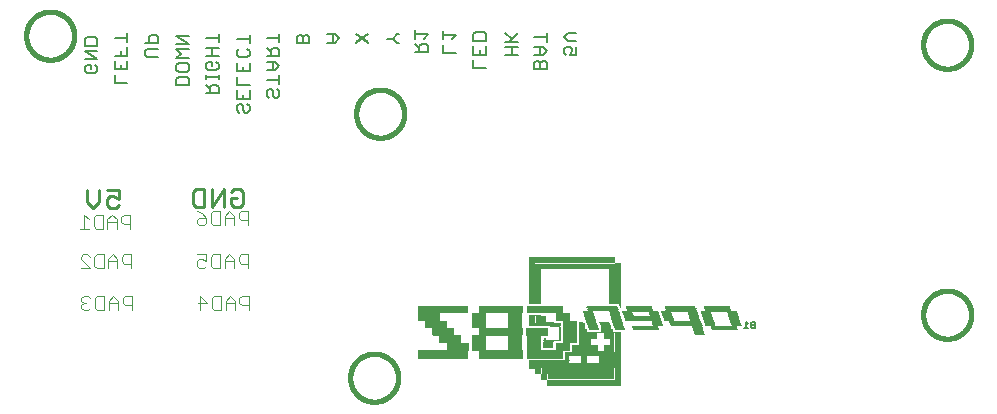
<source format=gbr>
G04 EAGLE Gerber X2 export*
%TF.Part,Single*%
%TF.FileFunction,Legend,Bot,1*%
%TF.FilePolarity,Positive*%
%TF.GenerationSoftware,Autodesk,EAGLE,9.1.0*%
%TF.CreationDate,2019-01-31T10:13:58Z*%
G75*
%MOMM*%
%FSLAX34Y34*%
%LPD*%
%AMOC8*
5,1,8,0,0,1.08239X$1,22.5*%
G01*
%ADD10C,0.406400*%
%ADD11C,0.203200*%
%ADD12R,6.278875X0.060956*%
%ADD13R,6.217919X0.060956*%
%ADD14R,6.278875X0.060963*%
%ADD15R,0.487681X0.060956*%
%ADD16R,0.487675X0.060956*%
%ADD17R,5.669275X0.060956*%
%ADD18R,0.487681X0.060963*%
%ADD19R,5.669275X0.060963*%
%ADD20R,0.487675X0.060963*%
%ADD21R,0.548638X0.060956*%
%ADD22R,0.548638X0.060963*%
%ADD23R,6.156956X0.060963*%
%ADD24R,6.156956X0.060956*%
%ADD25R,0.426719X0.060956*%
%ADD26R,6.705600X0.060956*%
%ADD27R,0.426719X0.060963*%
%ADD28R,6.705600X0.060963*%
%ADD29R,2.865119X0.060956*%
%ADD30R,1.341119X0.060956*%
%ADD31R,2.865119X0.060963*%
%ADD32R,1.341119X0.060963*%
%ADD33R,0.365756X0.060956*%
%ADD34R,0.365756X0.060963*%
%ADD35R,4.267200X0.060956*%
%ADD36R,3.657600X0.060956*%
%ADD37R,3.048000X0.060956*%
%ADD38R,4.206238X0.060956*%
%ADD39R,4.267200X0.060963*%
%ADD40R,3.657600X0.060963*%
%ADD41R,3.048000X0.060963*%
%ADD42R,4.206238X0.060963*%
%ADD43R,3.596638X0.060963*%
%ADD44R,2.133600X0.060956*%
%ADD45R,0.853438X0.060956*%
%ADD46R,1.828800X0.060956*%
%ADD47R,1.219200X0.060956*%
%ADD48R,1.828800X0.060963*%
%ADD49R,1.219200X0.060963*%
%ADD50R,0.853438X0.060963*%
%ADD51R,2.133600X0.060963*%
%ADD52R,1.097281X0.060956*%
%ADD53R,1.036319X0.060963*%
%ADD54R,1.036319X0.060956*%
%ADD55R,0.914400X0.060956*%
%ADD56R,1.463037X0.060963*%
%ADD57R,1.463037X0.060956*%
%ADD58R,0.243838X0.060956*%
%ADD59R,0.121919X0.060956*%
%ADD60R,1.524000X0.060956*%
%ADD61R,0.121919X0.060963*%
%ADD62R,1.524000X0.060963*%
%ADD63R,2.438400X0.060956*%
%ADD64R,2.987038X0.060956*%
%ADD65R,0.670556X0.060956*%
%ADD66R,0.609600X0.060956*%
%ADD67R,0.975356X0.060956*%
%ADD68R,0.609600X0.060963*%
%ADD69R,0.975356X0.060963*%
%ADD70R,2.194556X0.060963*%
%ADD71R,0.914400X0.060963*%
%ADD72R,2.194562X0.060963*%
%ADD73R,2.194556X0.060956*%
%ADD74R,2.194562X0.060956*%
%ADD75R,2.255519X0.060956*%
%ADD76R,2.255519X0.060963*%
%ADD77R,2.682238X0.060956*%
%ADD78R,2.621281X0.060956*%
%ADD79R,1.584963X0.060963*%
%ADD80R,2.621275X0.060963*%
%ADD81R,3.108956X0.060956*%
%ADD82R,3.108956X0.060963*%
%ADD83R,2.621275X0.060956*%
%ADD84R,2.682238X0.060963*%
%ADD85R,0.060956X0.060956*%
%ADD86R,0.182875X0.060956*%
%ADD87R,7.254238X0.060956*%
%ADD88R,7.254238X0.060963*%
%ADD89C,0.177800*%
%ADD90C,0.279400*%
%ADD91C,0.127000*%
%ADD92C,0.101600*%


D10*
X5080Y431800D02*
X5086Y432299D01*
X5104Y432797D01*
X5135Y433295D01*
X5178Y433792D01*
X5233Y434287D01*
X5300Y434782D01*
X5379Y435274D01*
X5470Y435764D01*
X5574Y436252D01*
X5689Y436737D01*
X5816Y437220D01*
X5955Y437699D01*
X6106Y438174D01*
X6268Y438646D01*
X6442Y439113D01*
X6627Y439576D01*
X6823Y440035D01*
X7031Y440488D01*
X7250Y440936D01*
X7479Y441379D01*
X7720Y441816D01*
X7971Y442247D01*
X8233Y442671D01*
X8505Y443089D01*
X8787Y443500D01*
X9079Y443905D01*
X9381Y444302D01*
X9692Y444691D01*
X10014Y445072D01*
X10344Y445446D01*
X10683Y445811D01*
X11032Y446168D01*
X11389Y446517D01*
X11754Y446856D01*
X12128Y447186D01*
X12509Y447508D01*
X12898Y447819D01*
X13295Y448121D01*
X13700Y448413D01*
X14111Y448695D01*
X14529Y448967D01*
X14953Y449229D01*
X15384Y449480D01*
X15821Y449721D01*
X16264Y449950D01*
X16712Y450169D01*
X17165Y450377D01*
X17624Y450573D01*
X18087Y450758D01*
X18554Y450932D01*
X19026Y451094D01*
X19501Y451245D01*
X19980Y451384D01*
X20463Y451511D01*
X20948Y451626D01*
X21436Y451730D01*
X21926Y451821D01*
X22418Y451900D01*
X22913Y451967D01*
X23408Y452022D01*
X23905Y452065D01*
X24403Y452096D01*
X24901Y452114D01*
X25400Y452120D01*
X25899Y452114D01*
X26397Y452096D01*
X26895Y452065D01*
X27392Y452022D01*
X27887Y451967D01*
X28382Y451900D01*
X28874Y451821D01*
X29364Y451730D01*
X29852Y451626D01*
X30337Y451511D01*
X30820Y451384D01*
X31299Y451245D01*
X31774Y451094D01*
X32246Y450932D01*
X32713Y450758D01*
X33176Y450573D01*
X33635Y450377D01*
X34088Y450169D01*
X34536Y449950D01*
X34979Y449721D01*
X35416Y449480D01*
X35847Y449229D01*
X36271Y448967D01*
X36689Y448695D01*
X37100Y448413D01*
X37505Y448121D01*
X37902Y447819D01*
X38291Y447508D01*
X38672Y447186D01*
X39046Y446856D01*
X39411Y446517D01*
X39768Y446168D01*
X40117Y445811D01*
X40456Y445446D01*
X40786Y445072D01*
X41108Y444691D01*
X41419Y444302D01*
X41721Y443905D01*
X42013Y443500D01*
X42295Y443089D01*
X42567Y442671D01*
X42829Y442247D01*
X43080Y441816D01*
X43321Y441379D01*
X43550Y440936D01*
X43769Y440488D01*
X43977Y440035D01*
X44173Y439576D01*
X44358Y439113D01*
X44532Y438646D01*
X44694Y438174D01*
X44845Y437699D01*
X44984Y437220D01*
X45111Y436737D01*
X45226Y436252D01*
X45330Y435764D01*
X45421Y435274D01*
X45500Y434782D01*
X45567Y434287D01*
X45622Y433792D01*
X45665Y433295D01*
X45696Y432797D01*
X45714Y432299D01*
X45720Y431800D01*
X45714Y431301D01*
X45696Y430803D01*
X45665Y430305D01*
X45622Y429808D01*
X45567Y429313D01*
X45500Y428818D01*
X45421Y428326D01*
X45330Y427836D01*
X45226Y427348D01*
X45111Y426863D01*
X44984Y426380D01*
X44845Y425901D01*
X44694Y425426D01*
X44532Y424954D01*
X44358Y424487D01*
X44173Y424024D01*
X43977Y423565D01*
X43769Y423112D01*
X43550Y422664D01*
X43321Y422221D01*
X43080Y421784D01*
X42829Y421353D01*
X42567Y420929D01*
X42295Y420511D01*
X42013Y420100D01*
X41721Y419695D01*
X41419Y419298D01*
X41108Y418909D01*
X40786Y418528D01*
X40456Y418154D01*
X40117Y417789D01*
X39768Y417432D01*
X39411Y417083D01*
X39046Y416744D01*
X38672Y416414D01*
X38291Y416092D01*
X37902Y415781D01*
X37505Y415479D01*
X37100Y415187D01*
X36689Y414905D01*
X36271Y414633D01*
X35847Y414371D01*
X35416Y414120D01*
X34979Y413879D01*
X34536Y413650D01*
X34088Y413431D01*
X33635Y413223D01*
X33176Y413027D01*
X32713Y412842D01*
X32246Y412668D01*
X31774Y412506D01*
X31299Y412355D01*
X30820Y412216D01*
X30337Y412089D01*
X29852Y411974D01*
X29364Y411870D01*
X28874Y411779D01*
X28382Y411700D01*
X27887Y411633D01*
X27392Y411578D01*
X26895Y411535D01*
X26397Y411504D01*
X25899Y411486D01*
X25400Y411480D01*
X24901Y411486D01*
X24403Y411504D01*
X23905Y411535D01*
X23408Y411578D01*
X22913Y411633D01*
X22418Y411700D01*
X21926Y411779D01*
X21436Y411870D01*
X20948Y411974D01*
X20463Y412089D01*
X19980Y412216D01*
X19501Y412355D01*
X19026Y412506D01*
X18554Y412668D01*
X18087Y412842D01*
X17624Y413027D01*
X17165Y413223D01*
X16712Y413431D01*
X16264Y413650D01*
X15821Y413879D01*
X15384Y414120D01*
X14953Y414371D01*
X14529Y414633D01*
X14111Y414905D01*
X13700Y415187D01*
X13295Y415479D01*
X12898Y415781D01*
X12509Y416092D01*
X12128Y416414D01*
X11754Y416744D01*
X11389Y417083D01*
X11032Y417432D01*
X10683Y417789D01*
X10344Y418154D01*
X10014Y418528D01*
X9692Y418909D01*
X9381Y419298D01*
X9079Y419695D01*
X8787Y420100D01*
X8505Y420511D01*
X8233Y420929D01*
X7971Y421353D01*
X7720Y421784D01*
X7479Y422221D01*
X7250Y422664D01*
X7031Y423112D01*
X6823Y423565D01*
X6627Y424024D01*
X6442Y424487D01*
X6268Y424954D01*
X6106Y425426D01*
X5955Y425901D01*
X5816Y426380D01*
X5689Y426863D01*
X5574Y427348D01*
X5470Y427836D01*
X5379Y428326D01*
X5300Y428818D01*
X5233Y429313D01*
X5178Y429808D01*
X5135Y430305D01*
X5104Y430803D01*
X5086Y431301D01*
X5080Y431800D01*
X284480Y365760D02*
X284486Y366259D01*
X284504Y366757D01*
X284535Y367255D01*
X284578Y367752D01*
X284633Y368247D01*
X284700Y368742D01*
X284779Y369234D01*
X284870Y369724D01*
X284974Y370212D01*
X285089Y370697D01*
X285216Y371180D01*
X285355Y371659D01*
X285506Y372134D01*
X285668Y372606D01*
X285842Y373073D01*
X286027Y373536D01*
X286223Y373995D01*
X286431Y374448D01*
X286650Y374896D01*
X286879Y375339D01*
X287120Y375776D01*
X287371Y376207D01*
X287633Y376631D01*
X287905Y377049D01*
X288187Y377460D01*
X288479Y377865D01*
X288781Y378262D01*
X289092Y378651D01*
X289414Y379032D01*
X289744Y379406D01*
X290083Y379771D01*
X290432Y380128D01*
X290789Y380477D01*
X291154Y380816D01*
X291528Y381146D01*
X291909Y381468D01*
X292298Y381779D01*
X292695Y382081D01*
X293100Y382373D01*
X293511Y382655D01*
X293929Y382927D01*
X294353Y383189D01*
X294784Y383440D01*
X295221Y383681D01*
X295664Y383910D01*
X296112Y384129D01*
X296565Y384337D01*
X297024Y384533D01*
X297487Y384718D01*
X297954Y384892D01*
X298426Y385054D01*
X298901Y385205D01*
X299380Y385344D01*
X299863Y385471D01*
X300348Y385586D01*
X300836Y385690D01*
X301326Y385781D01*
X301818Y385860D01*
X302313Y385927D01*
X302808Y385982D01*
X303305Y386025D01*
X303803Y386056D01*
X304301Y386074D01*
X304800Y386080D01*
X305299Y386074D01*
X305797Y386056D01*
X306295Y386025D01*
X306792Y385982D01*
X307287Y385927D01*
X307782Y385860D01*
X308274Y385781D01*
X308764Y385690D01*
X309252Y385586D01*
X309737Y385471D01*
X310220Y385344D01*
X310699Y385205D01*
X311174Y385054D01*
X311646Y384892D01*
X312113Y384718D01*
X312576Y384533D01*
X313035Y384337D01*
X313488Y384129D01*
X313936Y383910D01*
X314379Y383681D01*
X314816Y383440D01*
X315247Y383189D01*
X315671Y382927D01*
X316089Y382655D01*
X316500Y382373D01*
X316905Y382081D01*
X317302Y381779D01*
X317691Y381468D01*
X318072Y381146D01*
X318446Y380816D01*
X318811Y380477D01*
X319168Y380128D01*
X319517Y379771D01*
X319856Y379406D01*
X320186Y379032D01*
X320508Y378651D01*
X320819Y378262D01*
X321121Y377865D01*
X321413Y377460D01*
X321695Y377049D01*
X321967Y376631D01*
X322229Y376207D01*
X322480Y375776D01*
X322721Y375339D01*
X322950Y374896D01*
X323169Y374448D01*
X323377Y373995D01*
X323573Y373536D01*
X323758Y373073D01*
X323932Y372606D01*
X324094Y372134D01*
X324245Y371659D01*
X324384Y371180D01*
X324511Y370697D01*
X324626Y370212D01*
X324730Y369724D01*
X324821Y369234D01*
X324900Y368742D01*
X324967Y368247D01*
X325022Y367752D01*
X325065Y367255D01*
X325096Y366757D01*
X325114Y366259D01*
X325120Y365760D01*
X325114Y365261D01*
X325096Y364763D01*
X325065Y364265D01*
X325022Y363768D01*
X324967Y363273D01*
X324900Y362778D01*
X324821Y362286D01*
X324730Y361796D01*
X324626Y361308D01*
X324511Y360823D01*
X324384Y360340D01*
X324245Y359861D01*
X324094Y359386D01*
X323932Y358914D01*
X323758Y358447D01*
X323573Y357984D01*
X323377Y357525D01*
X323169Y357072D01*
X322950Y356624D01*
X322721Y356181D01*
X322480Y355744D01*
X322229Y355313D01*
X321967Y354889D01*
X321695Y354471D01*
X321413Y354060D01*
X321121Y353655D01*
X320819Y353258D01*
X320508Y352869D01*
X320186Y352488D01*
X319856Y352114D01*
X319517Y351749D01*
X319168Y351392D01*
X318811Y351043D01*
X318446Y350704D01*
X318072Y350374D01*
X317691Y350052D01*
X317302Y349741D01*
X316905Y349439D01*
X316500Y349147D01*
X316089Y348865D01*
X315671Y348593D01*
X315247Y348331D01*
X314816Y348080D01*
X314379Y347839D01*
X313936Y347610D01*
X313488Y347391D01*
X313035Y347183D01*
X312576Y346987D01*
X312113Y346802D01*
X311646Y346628D01*
X311174Y346466D01*
X310699Y346315D01*
X310220Y346176D01*
X309737Y346049D01*
X309252Y345934D01*
X308764Y345830D01*
X308274Y345739D01*
X307782Y345660D01*
X307287Y345593D01*
X306792Y345538D01*
X306295Y345495D01*
X305797Y345464D01*
X305299Y345446D01*
X304800Y345440D01*
X304301Y345446D01*
X303803Y345464D01*
X303305Y345495D01*
X302808Y345538D01*
X302313Y345593D01*
X301818Y345660D01*
X301326Y345739D01*
X300836Y345830D01*
X300348Y345934D01*
X299863Y346049D01*
X299380Y346176D01*
X298901Y346315D01*
X298426Y346466D01*
X297954Y346628D01*
X297487Y346802D01*
X297024Y346987D01*
X296565Y347183D01*
X296112Y347391D01*
X295664Y347610D01*
X295221Y347839D01*
X294784Y348080D01*
X294353Y348331D01*
X293929Y348593D01*
X293511Y348865D01*
X293100Y349147D01*
X292695Y349439D01*
X292298Y349741D01*
X291909Y350052D01*
X291528Y350374D01*
X291154Y350704D01*
X290789Y351043D01*
X290432Y351392D01*
X290083Y351749D01*
X289744Y352114D01*
X289414Y352488D01*
X289092Y352869D01*
X288781Y353258D01*
X288479Y353655D01*
X288187Y354060D01*
X287905Y354471D01*
X287633Y354889D01*
X287371Y355313D01*
X287120Y355744D01*
X286879Y356181D01*
X286650Y356624D01*
X286431Y357072D01*
X286223Y357525D01*
X286027Y357984D01*
X285842Y358447D01*
X285668Y358914D01*
X285506Y359386D01*
X285355Y359861D01*
X285216Y360340D01*
X285089Y360823D01*
X284974Y361308D01*
X284870Y361796D01*
X284779Y362286D01*
X284700Y362778D01*
X284633Y363273D01*
X284578Y363768D01*
X284535Y364265D01*
X284504Y364763D01*
X284486Y365261D01*
X284480Y365760D01*
X279400Y142240D02*
X279406Y142739D01*
X279424Y143237D01*
X279455Y143735D01*
X279498Y144232D01*
X279553Y144727D01*
X279620Y145222D01*
X279699Y145714D01*
X279790Y146204D01*
X279894Y146692D01*
X280009Y147177D01*
X280136Y147660D01*
X280275Y148139D01*
X280426Y148614D01*
X280588Y149086D01*
X280762Y149553D01*
X280947Y150016D01*
X281143Y150475D01*
X281351Y150928D01*
X281570Y151376D01*
X281799Y151819D01*
X282040Y152256D01*
X282291Y152687D01*
X282553Y153111D01*
X282825Y153529D01*
X283107Y153940D01*
X283399Y154345D01*
X283701Y154742D01*
X284012Y155131D01*
X284334Y155512D01*
X284664Y155886D01*
X285003Y156251D01*
X285352Y156608D01*
X285709Y156957D01*
X286074Y157296D01*
X286448Y157626D01*
X286829Y157948D01*
X287218Y158259D01*
X287615Y158561D01*
X288020Y158853D01*
X288431Y159135D01*
X288849Y159407D01*
X289273Y159669D01*
X289704Y159920D01*
X290141Y160161D01*
X290584Y160390D01*
X291032Y160609D01*
X291485Y160817D01*
X291944Y161013D01*
X292407Y161198D01*
X292874Y161372D01*
X293346Y161534D01*
X293821Y161685D01*
X294300Y161824D01*
X294783Y161951D01*
X295268Y162066D01*
X295756Y162170D01*
X296246Y162261D01*
X296738Y162340D01*
X297233Y162407D01*
X297728Y162462D01*
X298225Y162505D01*
X298723Y162536D01*
X299221Y162554D01*
X299720Y162560D01*
X300219Y162554D01*
X300717Y162536D01*
X301215Y162505D01*
X301712Y162462D01*
X302207Y162407D01*
X302702Y162340D01*
X303194Y162261D01*
X303684Y162170D01*
X304172Y162066D01*
X304657Y161951D01*
X305140Y161824D01*
X305619Y161685D01*
X306094Y161534D01*
X306566Y161372D01*
X307033Y161198D01*
X307496Y161013D01*
X307955Y160817D01*
X308408Y160609D01*
X308856Y160390D01*
X309299Y160161D01*
X309736Y159920D01*
X310167Y159669D01*
X310591Y159407D01*
X311009Y159135D01*
X311420Y158853D01*
X311825Y158561D01*
X312222Y158259D01*
X312611Y157948D01*
X312992Y157626D01*
X313366Y157296D01*
X313731Y156957D01*
X314088Y156608D01*
X314437Y156251D01*
X314776Y155886D01*
X315106Y155512D01*
X315428Y155131D01*
X315739Y154742D01*
X316041Y154345D01*
X316333Y153940D01*
X316615Y153529D01*
X316887Y153111D01*
X317149Y152687D01*
X317400Y152256D01*
X317641Y151819D01*
X317870Y151376D01*
X318089Y150928D01*
X318297Y150475D01*
X318493Y150016D01*
X318678Y149553D01*
X318852Y149086D01*
X319014Y148614D01*
X319165Y148139D01*
X319304Y147660D01*
X319431Y147177D01*
X319546Y146692D01*
X319650Y146204D01*
X319741Y145714D01*
X319820Y145222D01*
X319887Y144727D01*
X319942Y144232D01*
X319985Y143735D01*
X320016Y143237D01*
X320034Y142739D01*
X320040Y142240D01*
X320034Y141741D01*
X320016Y141243D01*
X319985Y140745D01*
X319942Y140248D01*
X319887Y139753D01*
X319820Y139258D01*
X319741Y138766D01*
X319650Y138276D01*
X319546Y137788D01*
X319431Y137303D01*
X319304Y136820D01*
X319165Y136341D01*
X319014Y135866D01*
X318852Y135394D01*
X318678Y134927D01*
X318493Y134464D01*
X318297Y134005D01*
X318089Y133552D01*
X317870Y133104D01*
X317641Y132661D01*
X317400Y132224D01*
X317149Y131793D01*
X316887Y131369D01*
X316615Y130951D01*
X316333Y130540D01*
X316041Y130135D01*
X315739Y129738D01*
X315428Y129349D01*
X315106Y128968D01*
X314776Y128594D01*
X314437Y128229D01*
X314088Y127872D01*
X313731Y127523D01*
X313366Y127184D01*
X312992Y126854D01*
X312611Y126532D01*
X312222Y126221D01*
X311825Y125919D01*
X311420Y125627D01*
X311009Y125345D01*
X310591Y125073D01*
X310167Y124811D01*
X309736Y124560D01*
X309299Y124319D01*
X308856Y124090D01*
X308408Y123871D01*
X307955Y123663D01*
X307496Y123467D01*
X307033Y123282D01*
X306566Y123108D01*
X306094Y122946D01*
X305619Y122795D01*
X305140Y122656D01*
X304657Y122529D01*
X304172Y122414D01*
X303684Y122310D01*
X303194Y122219D01*
X302702Y122140D01*
X302207Y122073D01*
X301712Y122018D01*
X301215Y121975D01*
X300717Y121944D01*
X300219Y121926D01*
X299720Y121920D01*
X299221Y121926D01*
X298723Y121944D01*
X298225Y121975D01*
X297728Y122018D01*
X297233Y122073D01*
X296738Y122140D01*
X296246Y122219D01*
X295756Y122310D01*
X295268Y122414D01*
X294783Y122529D01*
X294300Y122656D01*
X293821Y122795D01*
X293346Y122946D01*
X292874Y123108D01*
X292407Y123282D01*
X291944Y123467D01*
X291485Y123663D01*
X291032Y123871D01*
X290584Y124090D01*
X290141Y124319D01*
X289704Y124560D01*
X289273Y124811D01*
X288849Y125073D01*
X288431Y125345D01*
X288020Y125627D01*
X287615Y125919D01*
X287218Y126221D01*
X286829Y126532D01*
X286448Y126854D01*
X286074Y127184D01*
X285709Y127523D01*
X285352Y127872D01*
X285003Y128229D01*
X284664Y128594D01*
X284334Y128968D01*
X284012Y129349D01*
X283701Y129738D01*
X283399Y130135D01*
X283107Y130540D01*
X282825Y130951D01*
X282553Y131369D01*
X282291Y131793D01*
X282040Y132224D01*
X281799Y132661D01*
X281570Y133104D01*
X281351Y133552D01*
X281143Y134005D01*
X280947Y134464D01*
X280762Y134927D01*
X280588Y135394D01*
X280426Y135866D01*
X280275Y136341D01*
X280136Y136820D01*
X280009Y137303D01*
X279894Y137788D01*
X279790Y138276D01*
X279699Y138766D01*
X279620Y139258D01*
X279553Y139753D01*
X279498Y140248D01*
X279455Y140745D01*
X279424Y141243D01*
X279406Y141741D01*
X279400Y142240D01*
X764540Y195580D02*
X764546Y196079D01*
X764564Y196577D01*
X764595Y197075D01*
X764638Y197572D01*
X764693Y198067D01*
X764760Y198562D01*
X764839Y199054D01*
X764930Y199544D01*
X765034Y200032D01*
X765149Y200517D01*
X765276Y201000D01*
X765415Y201479D01*
X765566Y201954D01*
X765728Y202426D01*
X765902Y202893D01*
X766087Y203356D01*
X766283Y203815D01*
X766491Y204268D01*
X766710Y204716D01*
X766939Y205159D01*
X767180Y205596D01*
X767431Y206027D01*
X767693Y206451D01*
X767965Y206869D01*
X768247Y207280D01*
X768539Y207685D01*
X768841Y208082D01*
X769152Y208471D01*
X769474Y208852D01*
X769804Y209226D01*
X770143Y209591D01*
X770492Y209948D01*
X770849Y210297D01*
X771214Y210636D01*
X771588Y210966D01*
X771969Y211288D01*
X772358Y211599D01*
X772755Y211901D01*
X773160Y212193D01*
X773571Y212475D01*
X773989Y212747D01*
X774413Y213009D01*
X774844Y213260D01*
X775281Y213501D01*
X775724Y213730D01*
X776172Y213949D01*
X776625Y214157D01*
X777084Y214353D01*
X777547Y214538D01*
X778014Y214712D01*
X778486Y214874D01*
X778961Y215025D01*
X779440Y215164D01*
X779923Y215291D01*
X780408Y215406D01*
X780896Y215510D01*
X781386Y215601D01*
X781878Y215680D01*
X782373Y215747D01*
X782868Y215802D01*
X783365Y215845D01*
X783863Y215876D01*
X784361Y215894D01*
X784860Y215900D01*
X785359Y215894D01*
X785857Y215876D01*
X786355Y215845D01*
X786852Y215802D01*
X787347Y215747D01*
X787842Y215680D01*
X788334Y215601D01*
X788824Y215510D01*
X789312Y215406D01*
X789797Y215291D01*
X790280Y215164D01*
X790759Y215025D01*
X791234Y214874D01*
X791706Y214712D01*
X792173Y214538D01*
X792636Y214353D01*
X793095Y214157D01*
X793548Y213949D01*
X793996Y213730D01*
X794439Y213501D01*
X794876Y213260D01*
X795307Y213009D01*
X795731Y212747D01*
X796149Y212475D01*
X796560Y212193D01*
X796965Y211901D01*
X797362Y211599D01*
X797751Y211288D01*
X798132Y210966D01*
X798506Y210636D01*
X798871Y210297D01*
X799228Y209948D01*
X799577Y209591D01*
X799916Y209226D01*
X800246Y208852D01*
X800568Y208471D01*
X800879Y208082D01*
X801181Y207685D01*
X801473Y207280D01*
X801755Y206869D01*
X802027Y206451D01*
X802289Y206027D01*
X802540Y205596D01*
X802781Y205159D01*
X803010Y204716D01*
X803229Y204268D01*
X803437Y203815D01*
X803633Y203356D01*
X803818Y202893D01*
X803992Y202426D01*
X804154Y201954D01*
X804305Y201479D01*
X804444Y201000D01*
X804571Y200517D01*
X804686Y200032D01*
X804790Y199544D01*
X804881Y199054D01*
X804960Y198562D01*
X805027Y198067D01*
X805082Y197572D01*
X805125Y197075D01*
X805156Y196577D01*
X805174Y196079D01*
X805180Y195580D01*
X805174Y195081D01*
X805156Y194583D01*
X805125Y194085D01*
X805082Y193588D01*
X805027Y193093D01*
X804960Y192598D01*
X804881Y192106D01*
X804790Y191616D01*
X804686Y191128D01*
X804571Y190643D01*
X804444Y190160D01*
X804305Y189681D01*
X804154Y189206D01*
X803992Y188734D01*
X803818Y188267D01*
X803633Y187804D01*
X803437Y187345D01*
X803229Y186892D01*
X803010Y186444D01*
X802781Y186001D01*
X802540Y185564D01*
X802289Y185133D01*
X802027Y184709D01*
X801755Y184291D01*
X801473Y183880D01*
X801181Y183475D01*
X800879Y183078D01*
X800568Y182689D01*
X800246Y182308D01*
X799916Y181934D01*
X799577Y181569D01*
X799228Y181212D01*
X798871Y180863D01*
X798506Y180524D01*
X798132Y180194D01*
X797751Y179872D01*
X797362Y179561D01*
X796965Y179259D01*
X796560Y178967D01*
X796149Y178685D01*
X795731Y178413D01*
X795307Y178151D01*
X794876Y177900D01*
X794439Y177659D01*
X793996Y177430D01*
X793548Y177211D01*
X793095Y177003D01*
X792636Y176807D01*
X792173Y176622D01*
X791706Y176448D01*
X791234Y176286D01*
X790759Y176135D01*
X790280Y175996D01*
X789797Y175869D01*
X789312Y175754D01*
X788824Y175650D01*
X788334Y175559D01*
X787842Y175480D01*
X787347Y175413D01*
X786852Y175358D01*
X786355Y175315D01*
X785857Y175284D01*
X785359Y175266D01*
X784860Y175260D01*
X784361Y175266D01*
X783863Y175284D01*
X783365Y175315D01*
X782868Y175358D01*
X782373Y175413D01*
X781878Y175480D01*
X781386Y175559D01*
X780896Y175650D01*
X780408Y175754D01*
X779923Y175869D01*
X779440Y175996D01*
X778961Y176135D01*
X778486Y176286D01*
X778014Y176448D01*
X777547Y176622D01*
X777084Y176807D01*
X776625Y177003D01*
X776172Y177211D01*
X775724Y177430D01*
X775281Y177659D01*
X774844Y177900D01*
X774413Y178151D01*
X773989Y178413D01*
X773571Y178685D01*
X773160Y178967D01*
X772755Y179259D01*
X772358Y179561D01*
X771969Y179872D01*
X771588Y180194D01*
X771214Y180524D01*
X770849Y180863D01*
X770492Y181212D01*
X770143Y181569D01*
X769804Y181934D01*
X769474Y182308D01*
X769152Y182689D01*
X768841Y183078D01*
X768539Y183475D01*
X768247Y183880D01*
X767965Y184291D01*
X767693Y184709D01*
X767431Y185133D01*
X767180Y185564D01*
X766939Y186001D01*
X766710Y186444D01*
X766491Y186892D01*
X766283Y187345D01*
X766087Y187804D01*
X765902Y188267D01*
X765728Y188734D01*
X765566Y189206D01*
X765415Y189681D01*
X765276Y190160D01*
X765149Y190643D01*
X765034Y191128D01*
X764930Y191616D01*
X764839Y192106D01*
X764760Y192598D01*
X764693Y193093D01*
X764638Y193588D01*
X764595Y194085D01*
X764564Y194583D01*
X764546Y195081D01*
X764540Y195580D01*
X764540Y424180D02*
X764546Y424679D01*
X764564Y425177D01*
X764595Y425675D01*
X764638Y426172D01*
X764693Y426667D01*
X764760Y427162D01*
X764839Y427654D01*
X764930Y428144D01*
X765034Y428632D01*
X765149Y429117D01*
X765276Y429600D01*
X765415Y430079D01*
X765566Y430554D01*
X765728Y431026D01*
X765902Y431493D01*
X766087Y431956D01*
X766283Y432415D01*
X766491Y432868D01*
X766710Y433316D01*
X766939Y433759D01*
X767180Y434196D01*
X767431Y434627D01*
X767693Y435051D01*
X767965Y435469D01*
X768247Y435880D01*
X768539Y436285D01*
X768841Y436682D01*
X769152Y437071D01*
X769474Y437452D01*
X769804Y437826D01*
X770143Y438191D01*
X770492Y438548D01*
X770849Y438897D01*
X771214Y439236D01*
X771588Y439566D01*
X771969Y439888D01*
X772358Y440199D01*
X772755Y440501D01*
X773160Y440793D01*
X773571Y441075D01*
X773989Y441347D01*
X774413Y441609D01*
X774844Y441860D01*
X775281Y442101D01*
X775724Y442330D01*
X776172Y442549D01*
X776625Y442757D01*
X777084Y442953D01*
X777547Y443138D01*
X778014Y443312D01*
X778486Y443474D01*
X778961Y443625D01*
X779440Y443764D01*
X779923Y443891D01*
X780408Y444006D01*
X780896Y444110D01*
X781386Y444201D01*
X781878Y444280D01*
X782373Y444347D01*
X782868Y444402D01*
X783365Y444445D01*
X783863Y444476D01*
X784361Y444494D01*
X784860Y444500D01*
X785359Y444494D01*
X785857Y444476D01*
X786355Y444445D01*
X786852Y444402D01*
X787347Y444347D01*
X787842Y444280D01*
X788334Y444201D01*
X788824Y444110D01*
X789312Y444006D01*
X789797Y443891D01*
X790280Y443764D01*
X790759Y443625D01*
X791234Y443474D01*
X791706Y443312D01*
X792173Y443138D01*
X792636Y442953D01*
X793095Y442757D01*
X793548Y442549D01*
X793996Y442330D01*
X794439Y442101D01*
X794876Y441860D01*
X795307Y441609D01*
X795731Y441347D01*
X796149Y441075D01*
X796560Y440793D01*
X796965Y440501D01*
X797362Y440199D01*
X797751Y439888D01*
X798132Y439566D01*
X798506Y439236D01*
X798871Y438897D01*
X799228Y438548D01*
X799577Y438191D01*
X799916Y437826D01*
X800246Y437452D01*
X800568Y437071D01*
X800879Y436682D01*
X801181Y436285D01*
X801473Y435880D01*
X801755Y435469D01*
X802027Y435051D01*
X802289Y434627D01*
X802540Y434196D01*
X802781Y433759D01*
X803010Y433316D01*
X803229Y432868D01*
X803437Y432415D01*
X803633Y431956D01*
X803818Y431493D01*
X803992Y431026D01*
X804154Y430554D01*
X804305Y430079D01*
X804444Y429600D01*
X804571Y429117D01*
X804686Y428632D01*
X804790Y428144D01*
X804881Y427654D01*
X804960Y427162D01*
X805027Y426667D01*
X805082Y426172D01*
X805125Y425675D01*
X805156Y425177D01*
X805174Y424679D01*
X805180Y424180D01*
X805174Y423681D01*
X805156Y423183D01*
X805125Y422685D01*
X805082Y422188D01*
X805027Y421693D01*
X804960Y421198D01*
X804881Y420706D01*
X804790Y420216D01*
X804686Y419728D01*
X804571Y419243D01*
X804444Y418760D01*
X804305Y418281D01*
X804154Y417806D01*
X803992Y417334D01*
X803818Y416867D01*
X803633Y416404D01*
X803437Y415945D01*
X803229Y415492D01*
X803010Y415044D01*
X802781Y414601D01*
X802540Y414164D01*
X802289Y413733D01*
X802027Y413309D01*
X801755Y412891D01*
X801473Y412480D01*
X801181Y412075D01*
X800879Y411678D01*
X800568Y411289D01*
X800246Y410908D01*
X799916Y410534D01*
X799577Y410169D01*
X799228Y409812D01*
X798871Y409463D01*
X798506Y409124D01*
X798132Y408794D01*
X797751Y408472D01*
X797362Y408161D01*
X796965Y407859D01*
X796560Y407567D01*
X796149Y407285D01*
X795731Y407013D01*
X795307Y406751D01*
X794876Y406500D01*
X794439Y406259D01*
X793996Y406030D01*
X793548Y405811D01*
X793095Y405603D01*
X792636Y405407D01*
X792173Y405222D01*
X791706Y405048D01*
X791234Y404886D01*
X790759Y404735D01*
X790280Y404596D01*
X789797Y404469D01*
X789312Y404354D01*
X788824Y404250D01*
X788334Y404159D01*
X787842Y404080D01*
X787347Y404013D01*
X786852Y403958D01*
X786355Y403915D01*
X785857Y403884D01*
X785359Y403866D01*
X784860Y403860D01*
X784361Y403866D01*
X783863Y403884D01*
X783365Y403915D01*
X782868Y403958D01*
X782373Y404013D01*
X781878Y404080D01*
X781386Y404159D01*
X780896Y404250D01*
X780408Y404354D01*
X779923Y404469D01*
X779440Y404596D01*
X778961Y404735D01*
X778486Y404886D01*
X778014Y405048D01*
X777547Y405222D01*
X777084Y405407D01*
X776625Y405603D01*
X776172Y405811D01*
X775724Y406030D01*
X775281Y406259D01*
X774844Y406500D01*
X774413Y406751D01*
X773989Y407013D01*
X773571Y407285D01*
X773160Y407567D01*
X772755Y407859D01*
X772358Y408161D01*
X771969Y408472D01*
X771588Y408794D01*
X771214Y409124D01*
X770849Y409463D01*
X770492Y409812D01*
X770143Y410169D01*
X769804Y410534D01*
X769474Y410908D01*
X769152Y411289D01*
X768841Y411678D01*
X768539Y412075D01*
X768247Y412480D01*
X767965Y412891D01*
X767693Y413309D01*
X767431Y413733D01*
X767180Y414164D01*
X766939Y414601D01*
X766710Y415044D01*
X766491Y415492D01*
X766283Y415945D01*
X766087Y416404D01*
X765902Y416867D01*
X765728Y417334D01*
X765566Y417806D01*
X765415Y418281D01*
X765276Y418760D01*
X765149Y419243D01*
X765034Y419728D01*
X764930Y420216D01*
X764839Y420706D01*
X764760Y421198D01*
X764693Y421693D01*
X764638Y422188D01*
X764595Y422685D01*
X764564Y423183D01*
X764546Y423681D01*
X764540Y424180D01*
D11*
X65385Y405348D02*
X63606Y407127D01*
X65385Y405348D02*
X65385Y401789D01*
X63606Y400009D01*
X56488Y400009D01*
X54708Y401789D01*
X54708Y405348D01*
X56488Y407127D01*
X60047Y407127D01*
X60047Y403568D01*
X65385Y411703D02*
X54708Y411703D01*
X54708Y418821D02*
X65385Y411703D01*
X65385Y418821D02*
X54708Y418821D01*
X54708Y423397D02*
X65385Y423397D01*
X54708Y423397D02*
X54708Y428736D01*
X56488Y430515D01*
X63606Y430515D01*
X65385Y428736D01*
X65385Y423397D01*
X80078Y391652D02*
X90756Y391652D01*
X80078Y391652D02*
X80078Y398770D01*
X90756Y403346D02*
X90756Y410464D01*
X90756Y403346D02*
X80078Y403346D01*
X80078Y410464D01*
X85417Y406905D02*
X85417Y403346D01*
X80078Y415040D02*
X90756Y415040D01*
X90756Y422158D01*
X85417Y418599D02*
X85417Y415040D01*
X80078Y430293D02*
X90756Y430293D01*
X90756Y426734D02*
X90756Y433852D01*
X107604Y413830D02*
X116501Y413830D01*
X107604Y413830D02*
X105824Y415609D01*
X105824Y419168D01*
X107604Y420948D01*
X116501Y420948D01*
X116501Y425524D02*
X105824Y425524D01*
X116501Y425524D02*
X116501Y430862D01*
X114722Y432642D01*
X111163Y432642D01*
X109383Y430862D01*
X109383Y425524D01*
X132326Y389685D02*
X143003Y389685D01*
X132326Y389685D02*
X132326Y395024D01*
X134105Y396804D01*
X141223Y396804D01*
X143003Y395024D01*
X143003Y389685D01*
X143003Y403159D02*
X143003Y406718D01*
X143003Y403159D02*
X141223Y401379D01*
X134105Y401379D01*
X132326Y403159D01*
X132326Y406718D01*
X134105Y408497D01*
X141223Y408497D01*
X143003Y406718D01*
X143003Y413073D02*
X132326Y413073D01*
X135885Y416632D01*
X132326Y420191D01*
X143003Y420191D01*
X143003Y424767D02*
X132326Y424767D01*
X132326Y431885D02*
X143003Y424767D01*
X143003Y431885D02*
X132326Y431885D01*
X157315Y383251D02*
X167992Y383251D01*
X167992Y388589D01*
X166213Y390369D01*
X162654Y390369D01*
X160874Y388589D01*
X160874Y383251D01*
X160874Y386810D02*
X157315Y390369D01*
X157315Y394945D02*
X157315Y398504D01*
X157315Y396724D02*
X167992Y396724D01*
X167992Y394945D02*
X167992Y398504D01*
X167992Y408079D02*
X166213Y409859D01*
X167992Y408079D02*
X167992Y404520D01*
X166213Y402741D01*
X159095Y402741D01*
X157315Y404520D01*
X157315Y408079D01*
X159095Y409859D01*
X162654Y409859D01*
X162654Y406300D01*
X167992Y414435D02*
X157315Y414435D01*
X162654Y414435D02*
X162654Y421553D01*
X167992Y421553D02*
X157315Y421553D01*
X157315Y429688D02*
X167992Y429688D01*
X167992Y426129D02*
X167992Y433247D01*
X192412Y373869D02*
X194191Y372090D01*
X194191Y368531D01*
X192412Y366751D01*
X190632Y366751D01*
X188853Y368531D01*
X188853Y372090D01*
X187073Y373869D01*
X185294Y373869D01*
X183514Y372090D01*
X183514Y368531D01*
X185294Y366751D01*
X194191Y378445D02*
X194191Y385563D01*
X194191Y378445D02*
X183514Y378445D01*
X183514Y385563D01*
X188853Y382004D02*
X188853Y378445D01*
X194191Y390139D02*
X183514Y390139D01*
X183514Y397257D01*
X194191Y401833D02*
X194191Y408951D01*
X194191Y401833D02*
X183514Y401833D01*
X183514Y408951D01*
X188853Y405392D02*
X188853Y401833D01*
X194191Y418866D02*
X192412Y420645D01*
X194191Y418866D02*
X194191Y415307D01*
X192412Y413527D01*
X185294Y413527D01*
X183514Y415307D01*
X183514Y418866D01*
X185294Y420645D01*
X183514Y428780D02*
X194191Y428780D01*
X194191Y425221D02*
X194191Y432339D01*
X217553Y386471D02*
X219332Y384691D01*
X219332Y381132D01*
X217553Y379353D01*
X215773Y379353D01*
X213993Y381132D01*
X213993Y384691D01*
X212214Y386471D01*
X210434Y386471D01*
X208655Y384691D01*
X208655Y381132D01*
X210434Y379353D01*
X208655Y394606D02*
X219332Y394606D01*
X219332Y391047D02*
X219332Y398165D01*
X215773Y402741D02*
X208655Y402741D01*
X215773Y402741D02*
X219332Y406300D01*
X215773Y409859D01*
X208655Y409859D01*
X213993Y409859D02*
X213993Y402741D01*
X208655Y414435D02*
X219332Y414435D01*
X219332Y419773D01*
X217553Y421553D01*
X213993Y421553D01*
X212214Y419773D01*
X212214Y414435D01*
X212214Y417994D02*
X208655Y421553D01*
X208655Y429688D02*
X219332Y429688D01*
X219332Y426129D02*
X219332Y433247D01*
X234098Y425221D02*
X244775Y425221D01*
X244775Y430560D01*
X242996Y432339D01*
X241216Y432339D01*
X239437Y430560D01*
X237657Y432339D01*
X235878Y432339D01*
X234098Y430560D01*
X234098Y425221D01*
X239437Y425221D02*
X239437Y430560D01*
X259390Y425977D02*
X266508Y425977D01*
X270067Y429536D01*
X266508Y433095D01*
X259390Y433095D01*
X264729Y433095D02*
X264729Y425977D01*
X284122Y433074D02*
X294800Y425956D01*
X294800Y433074D02*
X284122Y425956D01*
X284031Y433240D02*
X294708Y426122D01*
X294708Y433240D02*
X284031Y426122D01*
X319259Y425744D02*
X321039Y425744D01*
X319259Y425744D02*
X315700Y429303D01*
X319259Y432862D01*
X321039Y432862D01*
X315700Y429303D02*
X310362Y429303D01*
D12*
X477317Y135331D03*
D13*
X477012Y135941D03*
D14*
X477317Y136550D03*
D12*
X477317Y137160D03*
X477317Y137770D03*
X477317Y138379D03*
X477317Y138989D03*
D14*
X477317Y139598D03*
D15*
X443484Y140208D03*
D16*
X506273Y140208D03*
D15*
X443484Y140818D03*
D17*
X474878Y140818D03*
D16*
X506273Y140818D03*
D15*
X443484Y141427D03*
D17*
X474878Y141427D03*
D16*
X506273Y141427D03*
D15*
X443484Y142037D03*
D17*
X474878Y142037D03*
D16*
X506273Y142037D03*
D18*
X443484Y142646D03*
D19*
X474878Y142646D03*
D20*
X506273Y142646D03*
D15*
X443484Y143256D03*
D17*
X474878Y143256D03*
D16*
X506273Y143256D03*
D15*
X443484Y143866D03*
D17*
X474878Y143866D03*
D16*
X506273Y143866D03*
D15*
X443484Y144475D03*
D17*
X474878Y144475D03*
D16*
X506273Y144475D03*
D21*
X438302Y145085D03*
D17*
X474878Y145085D03*
D16*
X506273Y145085D03*
D22*
X438302Y145694D03*
D23*
X472440Y145694D03*
D20*
X506273Y145694D03*
D21*
X438302Y146304D03*
D24*
X472440Y146304D03*
D16*
X506273Y146304D03*
D21*
X438302Y146914D03*
D24*
X472440Y146914D03*
D16*
X506273Y146914D03*
D21*
X438302Y147523D03*
D24*
X472440Y147523D03*
D16*
X506273Y147523D03*
D21*
X438302Y148133D03*
D24*
X472440Y148133D03*
D16*
X506273Y148133D03*
D22*
X438302Y148742D03*
D23*
X472440Y148742D03*
D20*
X506273Y148742D03*
D21*
X438302Y149352D03*
D24*
X472440Y149352D03*
D16*
X506273Y149352D03*
D25*
X433426Y149962D03*
D24*
X472440Y149962D03*
D16*
X506273Y149962D03*
D25*
X433426Y150571D03*
D26*
X469697Y150571D03*
D16*
X506273Y150571D03*
D25*
X433426Y151181D03*
D26*
X469697Y151181D03*
D16*
X506273Y151181D03*
D27*
X433426Y151790D03*
D28*
X469697Y151790D03*
D20*
X506273Y151790D03*
D25*
X433426Y152400D03*
D26*
X469697Y152400D03*
D16*
X506273Y152400D03*
D25*
X433426Y153010D03*
D26*
X469697Y153010D03*
D16*
X506273Y153010D03*
D25*
X433426Y153619D03*
D26*
X469697Y153619D03*
D16*
X506273Y153619D03*
D25*
X433426Y154229D03*
D29*
X450494Y154229D03*
D25*
X477317Y154229D03*
D30*
X496519Y154229D03*
D16*
X506273Y154229D03*
D27*
X433426Y154838D03*
D31*
X450494Y154838D03*
D27*
X477317Y154838D03*
D32*
X496519Y154838D03*
D20*
X506273Y154838D03*
D25*
X433426Y155448D03*
D29*
X450494Y155448D03*
D25*
X477317Y155448D03*
D30*
X496519Y155448D03*
D16*
X506273Y155448D03*
D25*
X433426Y156058D03*
D29*
X450494Y156058D03*
D25*
X477317Y156058D03*
D30*
X496519Y156058D03*
D16*
X506273Y156058D03*
D25*
X462686Y156667D03*
X477317Y156667D03*
D30*
X496519Y156667D03*
D16*
X506273Y156667D03*
D33*
X462991Y157277D03*
D25*
X477317Y157277D03*
D30*
X496519Y157277D03*
D16*
X506273Y157277D03*
D34*
X462991Y157886D03*
D27*
X477317Y157886D03*
D32*
X496519Y157886D03*
D20*
X506273Y157886D03*
D35*
X358140Y158496D03*
D36*
X406908Y158496D03*
D37*
X444094Y158496D03*
D33*
X462991Y158496D03*
D25*
X477317Y158496D03*
D30*
X496519Y158496D03*
D16*
X506273Y158496D03*
D35*
X358140Y159106D03*
D36*
X406908Y159106D03*
D37*
X444094Y159106D03*
D33*
X462991Y159106D03*
D25*
X477317Y159106D03*
D30*
X496519Y159106D03*
D16*
X506273Y159106D03*
D35*
X358140Y159715D03*
D36*
X406908Y159715D03*
D37*
X444094Y159715D03*
D33*
X462991Y159715D03*
D25*
X477317Y159715D03*
D30*
X496519Y159715D03*
D16*
X506273Y159715D03*
D35*
X358140Y160325D03*
D36*
X406908Y160325D03*
D37*
X444094Y160325D03*
D38*
X482194Y160325D03*
D16*
X506273Y160325D03*
D39*
X358140Y160934D03*
D40*
X406908Y160934D03*
D41*
X444094Y160934D03*
D42*
X482194Y160934D03*
D20*
X506273Y160934D03*
D35*
X358140Y161544D03*
D36*
X406908Y161544D03*
D37*
X444094Y161544D03*
D38*
X482194Y161544D03*
D16*
X506273Y161544D03*
D35*
X358140Y162154D03*
D36*
X406908Y162154D03*
D37*
X444094Y162154D03*
D38*
X482194Y162154D03*
D16*
X506273Y162154D03*
D35*
X358140Y162763D03*
D36*
X406908Y162763D03*
D37*
X444094Y162763D03*
D38*
X482194Y162763D03*
D16*
X506273Y162763D03*
D35*
X358140Y163373D03*
D36*
X406908Y163373D03*
D37*
X444094Y163373D03*
D36*
X484937Y163373D03*
D16*
X506273Y163373D03*
D39*
X358140Y163982D03*
D40*
X406908Y163982D03*
D41*
X444094Y163982D03*
D43*
X485242Y163982D03*
D20*
X506273Y163982D03*
D35*
X358140Y164592D03*
D36*
X406908Y164592D03*
D37*
X444094Y164592D03*
D44*
X477926Y164592D03*
D45*
X498958Y164592D03*
D16*
X506273Y164592D03*
D46*
X370332Y165202D03*
D47*
X388620Y165202D03*
X419100Y165202D03*
X434950Y165202D03*
X459334Y165202D03*
D44*
X477926Y165202D03*
D45*
X498958Y165202D03*
D16*
X506273Y165202D03*
D46*
X370332Y165811D03*
D47*
X388620Y165811D03*
X419100Y165811D03*
X434950Y165811D03*
X459334Y165811D03*
D44*
X477926Y165811D03*
D45*
X498958Y165811D03*
D16*
X506273Y165811D03*
D46*
X370332Y166421D03*
D47*
X388620Y166421D03*
X419100Y166421D03*
X434950Y166421D03*
X459334Y166421D03*
D44*
X477926Y166421D03*
D45*
X498958Y166421D03*
D16*
X506273Y166421D03*
D48*
X370332Y167030D03*
D49*
X388620Y167030D03*
X419100Y167030D03*
X434950Y167030D03*
D50*
X447142Y167030D03*
D49*
X459334Y167030D03*
D51*
X477926Y167030D03*
D50*
X498958Y167030D03*
D20*
X506273Y167030D03*
D46*
X370332Y167640D03*
D47*
X388620Y167640D03*
X419100Y167640D03*
X434950Y167640D03*
D45*
X447142Y167640D03*
D47*
X459334Y167640D03*
D44*
X477926Y167640D03*
D45*
X498958Y167640D03*
D16*
X506273Y167640D03*
D46*
X370332Y168250D03*
D47*
X388620Y168250D03*
X419100Y168250D03*
X434950Y168250D03*
D45*
X447142Y168250D03*
D47*
X459334Y168250D03*
D44*
X477926Y168250D03*
D45*
X498958Y168250D03*
D16*
X506273Y168250D03*
D46*
X370332Y168859D03*
D47*
X388620Y168859D03*
X419100Y168859D03*
X434950Y168859D03*
D45*
X447142Y168859D03*
D47*
X459334Y168859D03*
D44*
X477926Y168859D03*
D45*
X498958Y168859D03*
D16*
X506273Y168859D03*
D46*
X370332Y169469D03*
D47*
X388620Y169469D03*
X419100Y169469D03*
X434950Y169469D03*
D45*
X447142Y169469D03*
D47*
X459334Y169469D03*
D52*
X478231Y169469D03*
D33*
X501396Y169469D03*
D16*
X506273Y169469D03*
D48*
X370332Y170078D03*
D49*
X388620Y170078D03*
X419100Y170078D03*
X434950Y170078D03*
D50*
X447142Y170078D03*
D49*
X459334Y170078D03*
D53*
X478536Y170078D03*
D34*
X501396Y170078D03*
D20*
X506273Y170078D03*
D46*
X370332Y170688D03*
D47*
X388620Y170688D03*
X419100Y170688D03*
X434950Y170688D03*
D45*
X447142Y170688D03*
D47*
X459334Y170688D03*
D54*
X478536Y170688D03*
D33*
X501396Y170688D03*
D16*
X506273Y170688D03*
D46*
X364236Y171298D03*
D47*
X388620Y171298D03*
X419100Y171298D03*
X434950Y171298D03*
D45*
X447142Y171298D03*
D47*
X465430Y171298D03*
D54*
X478536Y171298D03*
D33*
X501396Y171298D03*
D16*
X506273Y171298D03*
D46*
X364236Y171907D03*
D47*
X388620Y171907D03*
X419100Y171907D03*
X434950Y171907D03*
D45*
X447142Y171907D03*
D47*
X465430Y171907D03*
D54*
X478536Y171907D03*
D33*
X501396Y171907D03*
D16*
X506273Y171907D03*
D46*
X364236Y172517D03*
D47*
X388620Y172517D03*
X419100Y172517D03*
X434950Y172517D03*
D55*
X447446Y172517D03*
D47*
X465430Y172517D03*
D54*
X478536Y172517D03*
D33*
X501396Y172517D03*
D16*
X506273Y172517D03*
D48*
X364236Y173126D03*
D49*
X388620Y173126D03*
X419100Y173126D03*
X434950Y173126D03*
D56*
X450190Y173126D03*
D49*
X465430Y173126D03*
D53*
X478536Y173126D03*
D34*
X501396Y173126D03*
D20*
X506273Y173126D03*
D46*
X364236Y173736D03*
D47*
X388620Y173736D03*
X419100Y173736D03*
X434950Y173736D03*
D57*
X450190Y173736D03*
D47*
X465430Y173736D03*
D54*
X478536Y173736D03*
D33*
X501396Y173736D03*
D16*
X506273Y173736D03*
D46*
X364236Y174346D03*
D47*
X388620Y174346D03*
X419100Y174346D03*
X434950Y174346D03*
D58*
X444094Y174346D03*
D59*
X456895Y174346D03*
D47*
X465430Y174346D03*
D54*
X478536Y174346D03*
D33*
X501396Y174346D03*
D16*
X506273Y174346D03*
D46*
X364236Y174955D03*
D47*
X388620Y174955D03*
X419100Y174955D03*
X434950Y174955D03*
D58*
X444094Y174955D03*
D59*
X456895Y174955D03*
D47*
X465430Y174955D03*
D60*
X480974Y174955D03*
D45*
X498958Y174955D03*
D16*
X506273Y174955D03*
D46*
X364236Y175565D03*
D47*
X388620Y175565D03*
X419100Y175565D03*
X434950Y175565D03*
D59*
X456895Y175565D03*
D47*
X465430Y175565D03*
D60*
X480974Y175565D03*
D45*
X498958Y175565D03*
D16*
X506273Y175565D03*
D48*
X364236Y176174D03*
D49*
X388620Y176174D03*
X419100Y176174D03*
X434950Y176174D03*
D61*
X456895Y176174D03*
D49*
X465430Y176174D03*
D62*
X480974Y176174D03*
D50*
X498958Y176174D03*
D20*
X506273Y176174D03*
D46*
X364236Y176784D03*
D47*
X388620Y176784D03*
X419100Y176784D03*
X434950Y176784D03*
D59*
X456895Y176784D03*
D47*
X465430Y176784D03*
D60*
X480974Y176784D03*
D45*
X498958Y176784D03*
D16*
X506273Y176784D03*
D63*
X361188Y177394D03*
D35*
X403860Y177394D03*
D46*
X437998Y177394D03*
D59*
X456895Y177394D03*
D47*
X465430Y177394D03*
D60*
X480974Y177394D03*
D45*
X498958Y177394D03*
D16*
X506273Y177394D03*
D46*
X358140Y178003D03*
D36*
X406908Y178003D03*
D46*
X437998Y178003D03*
D59*
X456895Y178003D03*
D47*
X465430Y178003D03*
D60*
X480974Y178003D03*
D45*
X498958Y178003D03*
D16*
X506273Y178003D03*
D55*
X575462Y178003D03*
D46*
X358140Y178613D03*
D36*
X406908Y178613D03*
D46*
X437998Y178613D03*
D59*
X456895Y178613D03*
D47*
X465430Y178613D03*
D60*
X480974Y178613D03*
D45*
X498958Y178613D03*
D16*
X506273Y178613D03*
D55*
X575462Y178613D03*
D48*
X358140Y179222D03*
D40*
X406908Y179222D03*
D48*
X437998Y179222D03*
D61*
X456895Y179222D03*
D49*
X465430Y179222D03*
D62*
X480974Y179222D03*
D50*
X498958Y179222D03*
D20*
X506273Y179222D03*
D50*
X575158Y179222D03*
D46*
X358140Y179832D03*
D36*
X406908Y179832D03*
D46*
X437998Y179832D03*
D59*
X456895Y179832D03*
D47*
X465430Y179832D03*
D60*
X480974Y179832D03*
D45*
X498958Y179832D03*
D16*
X506273Y179832D03*
D55*
X574853Y179832D03*
D46*
X358140Y180442D03*
D36*
X406908Y180442D03*
D46*
X437998Y180442D03*
D59*
X456895Y180442D03*
D47*
X465430Y180442D03*
D64*
X488290Y180442D03*
D16*
X506273Y180442D03*
D55*
X574853Y180442D03*
D46*
X358140Y181051D03*
D36*
X406908Y181051D03*
D46*
X437998Y181051D03*
D59*
X456895Y181051D03*
D47*
X465430Y181051D03*
D65*
X476707Y181051D03*
D52*
X496519Y181051D03*
D45*
X574548Y181051D03*
D46*
X358140Y181661D03*
D36*
X406908Y181661D03*
D46*
X437998Y181661D03*
D59*
X456895Y181661D03*
D47*
X465430Y181661D03*
D66*
X476402Y181661D03*
D67*
X496519Y181661D03*
D55*
X574243Y181661D03*
D48*
X358140Y182270D03*
D40*
X406908Y182270D03*
D48*
X437998Y182270D03*
D61*
X456895Y182270D03*
D49*
X465430Y182270D03*
D68*
X476402Y182270D03*
D69*
X496519Y182270D03*
D70*
X530047Y182270D03*
D71*
X574243Y182270D03*
D72*
X596494Y182270D03*
D46*
X358140Y182880D03*
D36*
X406908Y182880D03*
D46*
X437998Y182880D03*
D59*
X456895Y182880D03*
D47*
X465430Y182880D03*
D21*
X476098Y182880D03*
D45*
X485546Y182880D03*
D55*
X496214Y182880D03*
X507797Y182880D03*
D73*
X530047Y182880D03*
D45*
X573938Y182880D03*
D74*
X596494Y182880D03*
D46*
X358140Y183490D03*
D36*
X406908Y183490D03*
D46*
X437998Y183490D03*
D59*
X456895Y183490D03*
D47*
X465430Y183490D03*
D21*
X476098Y183490D03*
D45*
X485546Y183490D03*
D55*
X496214Y183490D03*
D45*
X507492Y183490D03*
D75*
X529742Y183490D03*
D55*
X573634Y183490D03*
D75*
X596189Y183490D03*
D46*
X352044Y184099D03*
D47*
X388620Y184099D03*
X419100Y184099D03*
D59*
X456895Y184099D03*
D47*
X465430Y184099D03*
D21*
X476098Y184099D03*
D55*
X485242Y184099D03*
X496214Y184099D03*
X507187Y184099D03*
D74*
X529438Y184099D03*
D55*
X573634Y184099D03*
D73*
X595884Y184099D03*
D46*
X352044Y184709D03*
D47*
X388620Y184709D03*
X419100Y184709D03*
D59*
X456895Y184709D03*
D47*
X465430Y184709D03*
D16*
X475793Y184709D03*
D45*
X484937Y184709D03*
X495910Y184709D03*
D55*
X507187Y184709D03*
D74*
X529438Y184709D03*
D45*
X573329Y184709D03*
D73*
X595884Y184709D03*
D48*
X352044Y185318D03*
D49*
X388620Y185318D03*
X419100Y185318D03*
D71*
X452933Y185318D03*
D49*
X465430Y185318D03*
D20*
X475793Y185318D03*
D50*
X484937Y185318D03*
X495910Y185318D03*
X506882Y185318D03*
D76*
X529133Y185318D03*
D71*
X573024Y185318D03*
D76*
X595579Y185318D03*
D46*
X352044Y185928D03*
D47*
X388620Y185928D03*
X419100Y185928D03*
D25*
X433426Y185928D03*
D44*
X446837Y185928D03*
D47*
X465430Y185928D03*
D16*
X475793Y185928D03*
D55*
X484632Y185928D03*
X495605Y185928D03*
X506578Y185928D03*
X540106Y185928D03*
D77*
X564185Y185928D03*
D45*
X584302Y185928D03*
D55*
X606552Y185928D03*
D46*
X352044Y186538D03*
D47*
X388620Y186538D03*
X419100Y186538D03*
D25*
X433426Y186538D03*
D44*
X446837Y186538D03*
D47*
X465430Y186538D03*
D25*
X475488Y186538D03*
D45*
X484327Y186538D03*
X495300Y186538D03*
D55*
X506578Y186538D03*
D45*
X539801Y186538D03*
D78*
X563880Y186538D03*
D45*
X584302Y186538D03*
X606247Y186538D03*
D46*
X352044Y187147D03*
D47*
X388620Y187147D03*
X419100Y187147D03*
D25*
X433426Y187147D03*
D44*
X446837Y187147D03*
D47*
X465430Y187147D03*
D25*
X475488Y187147D03*
D45*
X484327Y187147D03*
X495300Y187147D03*
X506273Y187147D03*
D55*
X539496Y187147D03*
D77*
X563575Y187147D03*
D55*
X583997Y187147D03*
X605942Y187147D03*
D46*
X352044Y187757D03*
D47*
X388620Y187757D03*
X419100Y187757D03*
D25*
X433426Y187757D03*
D44*
X446837Y187757D03*
D47*
X465430Y187757D03*
D25*
X475488Y187757D03*
D55*
X484022Y187757D03*
X494995Y187757D03*
X505968Y187757D03*
X539496Y187757D03*
D77*
X563575Y187757D03*
D45*
X583692Y187757D03*
D55*
X605942Y187757D03*
D48*
X352044Y188366D03*
D49*
X388620Y188366D03*
X419100Y188366D03*
D27*
X433426Y188366D03*
D79*
X444094Y188366D03*
D49*
X465430Y188366D03*
D34*
X475183Y188366D03*
D50*
X483718Y188366D03*
X494690Y188366D03*
D71*
X505968Y188366D03*
D50*
X539191Y188366D03*
D80*
X563270Y188366D03*
D50*
X583692Y188366D03*
X605638Y188366D03*
D46*
X352044Y188976D03*
D47*
X388620Y188976D03*
X419100Y188976D03*
D25*
X433426Y188976D03*
D55*
X440741Y188976D03*
D47*
X465430Y188976D03*
D45*
X483718Y188976D03*
X505663Y188976D03*
D55*
X538886Y188976D03*
D77*
X562966Y188976D03*
D55*
X583387Y188976D03*
X605333Y188976D03*
D46*
X352044Y189586D03*
D47*
X388620Y189586D03*
X419100Y189586D03*
D25*
X433426Y189586D03*
D55*
X440741Y189586D03*
D47*
X465430Y189586D03*
D55*
X483413Y189586D03*
X505358Y189586D03*
X538886Y189586D03*
D77*
X562966Y189586D03*
D45*
X583082Y189586D03*
D55*
X605333Y189586D03*
D46*
X345948Y190195D03*
D47*
X388620Y190195D03*
X419100Y190195D03*
D25*
X433426Y190195D03*
D55*
X440741Y190195D03*
D47*
X459334Y190195D03*
D45*
X483108Y190195D03*
D55*
X505358Y190195D03*
D37*
X527609Y190195D03*
D45*
X549554Y190195D03*
X571500Y190195D03*
X583082Y190195D03*
X605028Y190195D03*
D46*
X345948Y190805D03*
D47*
X388620Y190805D03*
X419100Y190805D03*
D25*
X433426Y190805D03*
D55*
X440741Y190805D03*
D47*
X459334Y190805D03*
D45*
X483108Y190805D03*
X505054Y190805D03*
D81*
X527304Y190805D03*
D55*
X549250Y190805D03*
X571195Y190805D03*
X582778Y190805D03*
X604723Y190805D03*
D48*
X345948Y191414D03*
D49*
X388620Y191414D03*
X419100Y191414D03*
D27*
X433426Y191414D03*
D71*
X440741Y191414D03*
D49*
X459334Y191414D03*
D71*
X482803Y191414D03*
X504749Y191414D03*
D82*
X527304Y191414D03*
D50*
X548945Y191414D03*
D71*
X571195Y191414D03*
D50*
X582473Y191414D03*
D71*
X604723Y191414D03*
D46*
X345948Y192024D03*
D47*
X388620Y192024D03*
X419100Y192024D03*
D25*
X433426Y192024D03*
D55*
X440741Y192024D03*
D47*
X459334Y192024D03*
D45*
X482498Y192024D03*
D55*
X504749Y192024D03*
D37*
X526999Y192024D03*
D45*
X548945Y192024D03*
X570890Y192024D03*
X582473Y192024D03*
X604418Y192024D03*
D46*
X345948Y192634D03*
D47*
X388620Y192634D03*
X419100Y192634D03*
D25*
X433426Y192634D03*
D55*
X440741Y192634D03*
D47*
X459334Y192634D03*
D45*
X482498Y192634D03*
X504444Y192634D03*
D81*
X526694Y192634D03*
D55*
X548640Y192634D03*
X570586Y192634D03*
X582168Y192634D03*
X604114Y192634D03*
D46*
X345948Y193243D03*
D47*
X388620Y193243D03*
X419100Y193243D03*
D25*
X433426Y193243D03*
D55*
X440741Y193243D03*
D47*
X459334Y193243D03*
D55*
X482194Y193243D03*
X504139Y193243D03*
D81*
X526694Y193243D03*
D45*
X548335Y193243D03*
D55*
X570586Y193243D03*
D45*
X581863Y193243D03*
D55*
X604114Y193243D03*
D46*
X345948Y193853D03*
D47*
X388620Y193853D03*
X419100Y193853D03*
D25*
X433426Y193853D03*
D55*
X440741Y193853D03*
D47*
X459334Y193853D03*
D45*
X481889Y193853D03*
D55*
X504139Y193853D03*
D37*
X526390Y193853D03*
D45*
X548335Y193853D03*
X570281Y193853D03*
X581863Y193853D03*
X603809Y193853D03*
D48*
X345948Y194462D03*
D49*
X388620Y194462D03*
X419100Y194462D03*
D27*
X433426Y194462D03*
X438302Y194462D03*
D49*
X459334Y194462D03*
D50*
X481889Y194462D03*
X503834Y194462D03*
D71*
X515112Y194462D03*
D50*
X537362Y194462D03*
D71*
X548030Y194462D03*
D50*
X570281Y194462D03*
D71*
X581558Y194462D03*
D50*
X603809Y194462D03*
D46*
X345948Y195072D03*
D47*
X388620Y195072D03*
X419100Y195072D03*
X459334Y195072D03*
D55*
X481584Y195072D03*
D45*
X503834Y195072D03*
X514807Y195072D03*
D55*
X537058Y195072D03*
D45*
X547726Y195072D03*
D55*
X569976Y195072D03*
D45*
X581254Y195072D03*
D55*
X603504Y195072D03*
D46*
X345948Y195682D03*
D47*
X388620Y195682D03*
X419100Y195682D03*
X459334Y195682D03*
D45*
X481279Y195682D03*
D55*
X503530Y195682D03*
D45*
X514807Y195682D03*
X536753Y195682D03*
X547726Y195682D03*
X569671Y195682D03*
X581254Y195682D03*
X603199Y195682D03*
D46*
X345948Y196291D03*
D47*
X388620Y196291D03*
X419100Y196291D03*
X459334Y196291D03*
D45*
X481279Y196291D03*
X503225Y196291D03*
D55*
X514502Y196291D03*
D45*
X536753Y196291D03*
D55*
X547421Y196291D03*
D45*
X569671Y196291D03*
D55*
X580949Y196291D03*
D45*
X603199Y196291D03*
D35*
X358140Y196901D03*
D36*
X406908Y196901D03*
D37*
X444094Y196901D03*
D55*
X480974Y196901D03*
D45*
X503225Y196901D03*
X514198Y196901D03*
D55*
X536448Y196901D03*
D45*
X547116Y196901D03*
D55*
X569366Y196901D03*
D45*
X580644Y196901D03*
D55*
X602894Y196901D03*
D39*
X358140Y197510D03*
D40*
X406908Y197510D03*
D41*
X444094Y197510D03*
D50*
X480670Y197510D03*
D71*
X502920Y197510D03*
D50*
X514198Y197510D03*
X536143Y197510D03*
X547116Y197510D03*
X569062Y197510D03*
X580644Y197510D03*
X602590Y197510D03*
D35*
X358140Y198120D03*
D36*
X406908Y198120D03*
D37*
X444094Y198120D03*
D45*
X480670Y198120D03*
X502615Y198120D03*
D73*
X525170Y198120D03*
D83*
X560222Y198120D03*
D73*
X591617Y198120D03*
D35*
X358140Y198730D03*
D36*
X406908Y198730D03*
D37*
X444094Y198730D03*
D78*
X493776Y198730D03*
D73*
X524561Y198730D03*
D77*
X559918Y198730D03*
D73*
X591007Y198730D03*
D35*
X358140Y199339D03*
D36*
X406908Y199339D03*
D37*
X444094Y199339D03*
D77*
X493471Y199339D03*
D73*
X524561Y199339D03*
D83*
X559613Y199339D03*
D73*
X591007Y199339D03*
D35*
X358140Y199949D03*
D36*
X406908Y199949D03*
D37*
X444094Y199949D03*
D83*
X493166Y199949D03*
D73*
X524561Y199949D03*
D83*
X559613Y199949D03*
D73*
X591007Y199949D03*
D39*
X358140Y200558D03*
D40*
X406908Y200558D03*
D41*
X444094Y200558D03*
D80*
X493166Y200558D03*
D70*
X523951Y200558D03*
D84*
X559308Y200558D03*
D72*
X590398Y200558D03*
D35*
X358140Y201168D03*
D36*
X406908Y201168D03*
D37*
X444094Y201168D03*
D77*
X492862Y201168D03*
D85*
X508406Y201168D03*
D73*
X523951Y201168D03*
D78*
X559003Y201168D03*
D74*
X590398Y201168D03*
D35*
X358140Y201778D03*
D36*
X406908Y201778D03*
D37*
X444094Y201778D03*
D83*
X492557Y201778D03*
D85*
X508406Y201778D03*
D73*
X523951Y201778D03*
D78*
X559003Y201778D03*
D74*
X590398Y201778D03*
D35*
X358140Y202387D03*
D36*
X406908Y202387D03*
D37*
X444094Y202387D03*
D83*
X492557Y202387D03*
D85*
X508406Y202387D03*
D59*
X508102Y202997D03*
D61*
X508102Y203606D03*
D86*
X507797Y204216D03*
D25*
X433426Y204826D03*
X438302Y204826D03*
X501091Y204826D03*
D16*
X506273Y204826D03*
D25*
X433426Y205435D03*
X438302Y205435D03*
X501091Y205435D03*
D16*
X506273Y205435D03*
D25*
X433426Y206045D03*
X438302Y206045D03*
X501091Y206045D03*
D16*
X506273Y206045D03*
D27*
X433426Y206654D03*
X438302Y206654D03*
X501091Y206654D03*
D20*
X506273Y206654D03*
D25*
X433426Y207264D03*
X438302Y207264D03*
X501091Y207264D03*
D16*
X506273Y207264D03*
D25*
X433426Y207874D03*
X438302Y207874D03*
X501091Y207874D03*
D16*
X506273Y207874D03*
D25*
X433426Y208483D03*
X438302Y208483D03*
X501091Y208483D03*
D16*
X506273Y208483D03*
D25*
X433426Y209093D03*
X438302Y209093D03*
X501091Y209093D03*
D16*
X506273Y209093D03*
D27*
X433426Y209702D03*
X438302Y209702D03*
X501091Y209702D03*
D20*
X506273Y209702D03*
D25*
X433426Y210312D03*
X438302Y210312D03*
X501091Y210312D03*
D16*
X506273Y210312D03*
D25*
X433426Y210922D03*
X438302Y210922D03*
X501091Y210922D03*
D16*
X506273Y210922D03*
D25*
X433426Y211531D03*
X438302Y211531D03*
X501091Y211531D03*
D16*
X506273Y211531D03*
D25*
X433426Y212141D03*
X438302Y212141D03*
X501091Y212141D03*
D16*
X506273Y212141D03*
D27*
X433426Y212750D03*
X438302Y212750D03*
X501091Y212750D03*
D20*
X506273Y212750D03*
D25*
X433426Y213360D03*
X438302Y213360D03*
X501091Y213360D03*
D16*
X506273Y213360D03*
D25*
X433426Y213970D03*
X438302Y213970D03*
X501091Y213970D03*
D16*
X506273Y213970D03*
D25*
X433426Y214579D03*
X438302Y214579D03*
X501091Y214579D03*
D16*
X506273Y214579D03*
D25*
X433426Y215189D03*
X438302Y215189D03*
X501091Y215189D03*
D16*
X506273Y215189D03*
D27*
X433426Y215798D03*
X438302Y215798D03*
X501091Y215798D03*
D20*
X506273Y215798D03*
D25*
X433426Y216408D03*
X438302Y216408D03*
X501091Y216408D03*
D16*
X506273Y216408D03*
D25*
X433426Y217018D03*
X438302Y217018D03*
X501091Y217018D03*
D16*
X506273Y217018D03*
D25*
X433426Y217627D03*
X438302Y217627D03*
X501091Y217627D03*
D16*
X506273Y217627D03*
D25*
X433426Y218237D03*
X438302Y218237D03*
X501091Y218237D03*
D16*
X506273Y218237D03*
D27*
X433426Y218846D03*
X438302Y218846D03*
X501091Y218846D03*
D20*
X506273Y218846D03*
D25*
X433426Y219456D03*
X438302Y219456D03*
X501091Y219456D03*
D16*
X506273Y219456D03*
D25*
X433426Y220066D03*
X438302Y220066D03*
X501091Y220066D03*
D16*
X506273Y220066D03*
D25*
X433426Y220675D03*
X438302Y220675D03*
X501091Y220675D03*
D16*
X506273Y220675D03*
D25*
X433426Y221285D03*
X438302Y221285D03*
X501091Y221285D03*
D16*
X506273Y221285D03*
D27*
X433426Y221894D03*
X438302Y221894D03*
X501091Y221894D03*
D20*
X506273Y221894D03*
D25*
X433426Y222504D03*
X438302Y222504D03*
X501091Y222504D03*
D16*
X506273Y222504D03*
D25*
X433426Y223114D03*
X438302Y223114D03*
X501091Y223114D03*
D16*
X506273Y223114D03*
D25*
X433426Y223723D03*
X438302Y223723D03*
X501091Y223723D03*
D16*
X506273Y223723D03*
D25*
X433426Y224333D03*
X438302Y224333D03*
X501091Y224333D03*
D16*
X506273Y224333D03*
D27*
X433426Y224942D03*
X438302Y224942D03*
X501091Y224942D03*
D20*
X506273Y224942D03*
D25*
X433426Y225552D03*
X438302Y225552D03*
X501091Y225552D03*
D16*
X506273Y225552D03*
D25*
X433426Y226162D03*
X438302Y226162D03*
X501091Y226162D03*
D16*
X506273Y226162D03*
D25*
X433426Y226771D03*
X438302Y226771D03*
X501091Y226771D03*
D16*
X506273Y226771D03*
D25*
X433426Y227381D03*
X438302Y227381D03*
X501091Y227381D03*
D16*
X506273Y227381D03*
D27*
X433426Y227990D03*
X438302Y227990D03*
X501091Y227990D03*
D20*
X506273Y227990D03*
D25*
X433426Y228600D03*
X438302Y228600D03*
X501091Y228600D03*
D16*
X506273Y228600D03*
D25*
X433426Y229210D03*
X438302Y229210D03*
X501091Y229210D03*
D16*
X506273Y229210D03*
D25*
X433426Y229819D03*
X438302Y229819D03*
X501091Y229819D03*
D16*
X506273Y229819D03*
D25*
X433426Y230429D03*
X438302Y230429D03*
X501091Y230429D03*
D16*
X506273Y230429D03*
D27*
X433426Y231038D03*
X438302Y231038D03*
X501091Y231038D03*
D20*
X506273Y231038D03*
D25*
X433426Y231648D03*
X438302Y231648D03*
X501091Y231648D03*
D16*
X506273Y231648D03*
D25*
X433426Y232258D03*
X438302Y232258D03*
X501091Y232258D03*
D16*
X506273Y232258D03*
D25*
X433426Y232867D03*
X438302Y232867D03*
X501091Y232867D03*
D16*
X506273Y232867D03*
D25*
X433426Y233477D03*
X438302Y233477D03*
X501091Y233477D03*
D16*
X506273Y233477D03*
D27*
X433426Y234086D03*
D28*
X469697Y234086D03*
D20*
X506273Y234086D03*
D25*
X433426Y234696D03*
D26*
X469697Y234696D03*
D16*
X506273Y234696D03*
D25*
X433426Y235306D03*
D26*
X469697Y235306D03*
D16*
X506273Y235306D03*
D25*
X433426Y235915D03*
D26*
X469697Y235915D03*
D16*
X506273Y235915D03*
D25*
X433426Y236525D03*
D26*
X469697Y236525D03*
D16*
X506273Y236525D03*
D27*
X433426Y237134D03*
D28*
X469697Y237134D03*
D20*
X506273Y237134D03*
D25*
X433426Y237744D03*
D26*
X469697Y237744D03*
D16*
X506273Y237744D03*
D25*
X433426Y238354D03*
D16*
X506273Y238354D03*
D87*
X467563Y238963D03*
X467563Y239573D03*
D88*
X467563Y240182D03*
D87*
X467563Y240792D03*
X467563Y241402D03*
X467563Y242011D03*
X467563Y242621D03*
D88*
X467563Y243230D03*
D89*
X345373Y417632D02*
X334442Y417632D01*
X345373Y417632D02*
X345373Y423098D01*
X343551Y424920D01*
X339907Y424920D01*
X338086Y423098D01*
X338086Y417632D01*
X338086Y421276D02*
X334442Y424920D01*
X341729Y429326D02*
X345373Y432970D01*
X334442Y432970D01*
X334442Y429326D02*
X334442Y436614D01*
X358216Y417023D02*
X369148Y417023D01*
X358216Y417023D02*
X358216Y424310D01*
X365504Y428717D02*
X369148Y432360D01*
X358216Y432360D01*
X358216Y428717D02*
X358216Y436004D01*
X383819Y404109D02*
X394751Y404109D01*
X383819Y404109D02*
X383819Y411397D01*
X394751Y415803D02*
X394751Y423091D01*
X394751Y415803D02*
X383819Y415803D01*
X383819Y423091D01*
X389285Y419447D02*
X389285Y415803D01*
X394751Y427497D02*
X383819Y427497D01*
X383819Y432963D01*
X385641Y434785D01*
X392929Y434785D01*
X394751Y432963D01*
X394751Y427497D01*
X410642Y415194D02*
X421573Y415194D01*
X416107Y415194D02*
X416107Y422481D01*
X410642Y422481D02*
X421573Y422481D01*
X421573Y426888D02*
X410642Y426888D01*
X414286Y426888D02*
X421573Y434175D01*
X416107Y428710D02*
X410642Y434175D01*
X435026Y403500D02*
X445957Y403500D01*
X445957Y408966D01*
X444135Y410787D01*
X442313Y410787D01*
X440491Y408966D01*
X438670Y410787D01*
X436848Y410787D01*
X435026Y408966D01*
X435026Y403500D01*
X440491Y403500D02*
X440491Y408966D01*
X442313Y415194D02*
X435026Y415194D01*
X442313Y415194D02*
X445957Y418838D01*
X442313Y422481D01*
X435026Y422481D01*
X440491Y422481D02*
X440491Y415194D01*
X435026Y430532D02*
X445957Y430532D01*
X445957Y434175D02*
X445957Y426888D01*
D90*
X83337Y301079D02*
X73338Y301079D01*
X83337Y301079D02*
X83337Y293580D01*
X78338Y296079D01*
X75838Y296079D01*
X73338Y293580D01*
X73338Y288580D01*
X75838Y286080D01*
X80838Y286080D01*
X83337Y288580D01*
X66966Y291080D02*
X66966Y301079D01*
X66966Y291080D02*
X61966Y286080D01*
X56967Y291080D01*
X56967Y301079D01*
X178799Y299189D02*
X181299Y301689D01*
X186298Y301689D01*
X188798Y299189D01*
X188798Y289190D01*
X186298Y286690D01*
X181299Y286690D01*
X178799Y289190D01*
X178799Y294189D01*
X183799Y294189D01*
X172427Y286690D02*
X172427Y301689D01*
X162427Y286690D01*
X162427Y301689D01*
X156055Y301689D02*
X156055Y286690D01*
X148556Y286690D01*
X146056Y289190D01*
X146056Y299189D01*
X148556Y301689D01*
X156055Y301689D01*
D11*
X470824Y415321D02*
X470824Y422439D01*
X470824Y415321D02*
X465485Y415321D01*
X467264Y418880D01*
X467264Y420659D01*
X465485Y422439D01*
X461926Y422439D01*
X460146Y420659D01*
X460146Y417100D01*
X461926Y415321D01*
X463705Y427015D02*
X470824Y427015D01*
X463705Y427015D02*
X460146Y430574D01*
X463705Y434133D01*
X470824Y434133D01*
D91*
X621893Y189006D02*
X621893Y184175D01*
X621893Y189006D02*
X619478Y189006D01*
X618673Y188201D01*
X618673Y187395D01*
X619478Y186590D01*
X618673Y185785D01*
X618673Y184980D01*
X619478Y184175D01*
X621893Y184175D01*
X621893Y186590D02*
X619478Y186590D01*
X616280Y187395D02*
X614670Y189006D01*
X614670Y184175D01*
X616280Y184175D02*
X613060Y184175D01*
D92*
X93377Y268492D02*
X93377Y280186D01*
X87530Y280186D01*
X85581Y278237D01*
X85581Y274339D01*
X87530Y272390D01*
X93377Y272390D01*
X81683Y268492D02*
X81683Y276288D01*
X77785Y280186D01*
X73887Y276288D01*
X73887Y268492D01*
X73887Y274339D02*
X81683Y274339D01*
X69989Y280186D02*
X69989Y268492D01*
X64142Y268492D01*
X62193Y270441D01*
X62193Y278237D01*
X64142Y280186D01*
X69989Y280186D01*
X58295Y276288D02*
X54397Y280186D01*
X54397Y268492D01*
X58295Y268492D02*
X50499Y268492D01*
X93986Y246658D02*
X93986Y234964D01*
X93986Y246658D02*
X88139Y246658D01*
X86190Y244709D01*
X86190Y240811D01*
X88139Y238862D01*
X93986Y238862D01*
X82292Y234964D02*
X82292Y242760D01*
X78394Y246658D01*
X74496Y242760D01*
X74496Y234964D01*
X74496Y240811D02*
X82292Y240811D01*
X70598Y246658D02*
X70598Y234964D01*
X64751Y234964D01*
X62802Y236913D01*
X62802Y244709D01*
X64751Y246658D01*
X70598Y246658D01*
X58904Y234964D02*
X51109Y234964D01*
X58904Y234964D02*
X51109Y242760D01*
X51109Y244709D01*
X53058Y246658D01*
X56956Y246658D01*
X58904Y244709D01*
X94596Y211301D02*
X94596Y199607D01*
X94596Y211301D02*
X88749Y211301D01*
X86800Y209352D01*
X86800Y205454D01*
X88749Y203505D01*
X94596Y203505D01*
X82902Y199607D02*
X82902Y207403D01*
X79004Y211301D01*
X75106Y207403D01*
X75106Y199607D01*
X75106Y205454D02*
X82902Y205454D01*
X71208Y211301D02*
X71208Y199607D01*
X65361Y199607D01*
X63412Y201556D01*
X63412Y209352D01*
X65361Y211301D01*
X71208Y211301D01*
X59514Y209352D02*
X57565Y211301D01*
X53667Y211301D01*
X51718Y209352D01*
X51718Y207403D01*
X53667Y205454D01*
X55616Y205454D01*
X53667Y205454D02*
X51718Y203505D01*
X51718Y201556D01*
X53667Y199607D01*
X57565Y199607D01*
X59514Y201556D01*
X193351Y199607D02*
X193351Y211301D01*
X187504Y211301D01*
X185555Y209352D01*
X185555Y205454D01*
X187504Y203505D01*
X193351Y203505D01*
X181657Y199607D02*
X181657Y207403D01*
X177759Y211301D01*
X173861Y207403D01*
X173861Y199607D01*
X173861Y205454D02*
X181657Y205454D01*
X169963Y211301D02*
X169963Y199607D01*
X164116Y199607D01*
X162167Y201556D01*
X162167Y209352D01*
X164116Y211301D01*
X169963Y211301D01*
X152422Y211301D02*
X152422Y199607D01*
X158269Y205454D02*
X152422Y211301D01*
X150473Y205454D02*
X158269Y205454D01*
X192742Y234964D02*
X192742Y246658D01*
X186895Y246658D01*
X184946Y244709D01*
X184946Y240811D01*
X186895Y238862D01*
X192742Y238862D01*
X181048Y234964D02*
X181048Y242760D01*
X177150Y246658D01*
X173252Y242760D01*
X173252Y234964D01*
X173252Y240811D02*
X181048Y240811D01*
X169354Y246658D02*
X169354Y234964D01*
X163507Y234964D01*
X161558Y236913D01*
X161558Y244709D01*
X163507Y246658D01*
X169354Y246658D01*
X157660Y246658D02*
X149864Y246658D01*
X157660Y246658D02*
X157660Y240811D01*
X153762Y242760D01*
X151813Y242760D01*
X149864Y240811D01*
X149864Y236913D01*
X151813Y234964D01*
X155711Y234964D01*
X157660Y236913D01*
X192742Y271540D02*
X192742Y283234D01*
X186895Y283234D01*
X184946Y281285D01*
X184946Y277387D01*
X186895Y275438D01*
X192742Y275438D01*
X181048Y271540D02*
X181048Y279336D01*
X177150Y283234D01*
X173252Y279336D01*
X173252Y271540D01*
X173252Y277387D02*
X181048Y277387D01*
X169354Y283234D02*
X169354Y271540D01*
X163507Y271540D01*
X161558Y273489D01*
X161558Y281285D01*
X163507Y283234D01*
X169354Y283234D01*
X153762Y281285D02*
X149864Y283234D01*
X153762Y281285D02*
X157660Y277387D01*
X157660Y273489D01*
X155711Y271540D01*
X151813Y271540D01*
X149864Y273489D01*
X149864Y275438D01*
X151813Y277387D01*
X157660Y277387D01*
M02*

</source>
